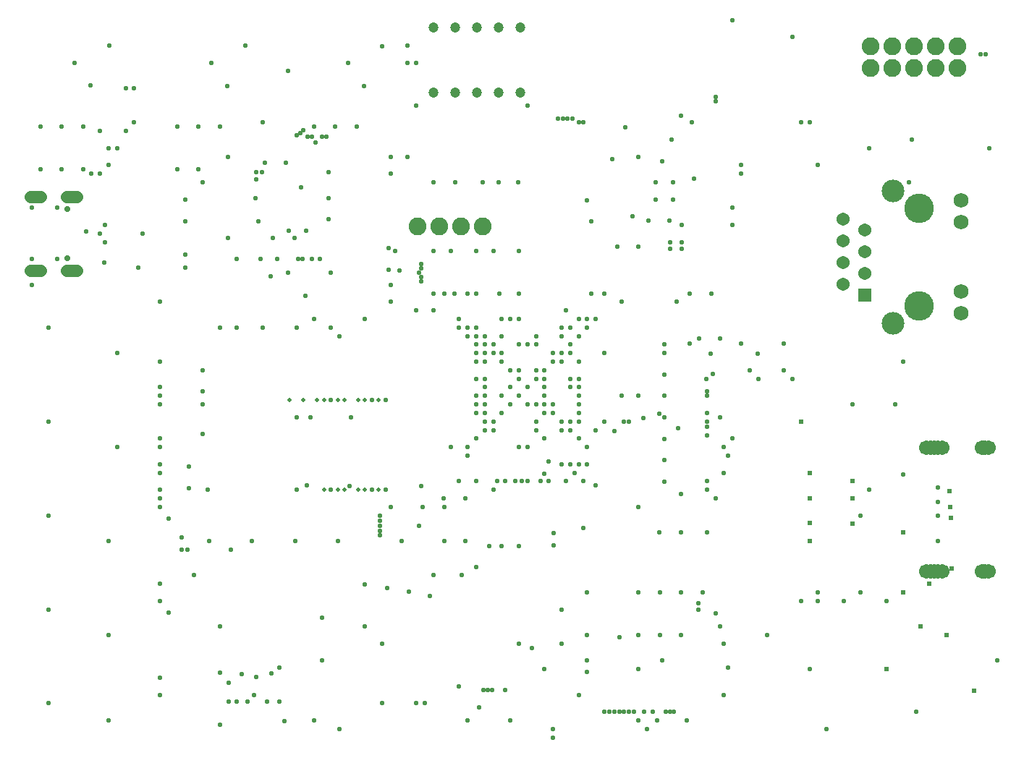
<source format=gbr>
G04 EAGLE Gerber RS-274X export*
G75*
%MOMM*%
%FSLAX34Y34*%
%LPD*%
%INSoldermask Bottom*%
%IPPOS*%
%AMOC8*
5,1,8,0,0,1.08239X$1,22.5*%
G01*
%ADD10R,1.538200X1.538200*%
%ADD11C,1.538200*%
%ADD12C,1.733200*%
%ADD13C,2.648200*%
%ADD14C,3.453200*%
%ADD15C,2.082800*%
%ADD16C,1.203200*%
%ADD17C,1.703200*%
%ADD18C,1.403200*%
%ADD19C,0.703200*%
%ADD20C,0.556400*%
%ADD21C,0.506400*%
%ADD22C,0.606400*%


D10*
X1004900Y538100D03*
D11*
X979500Y550800D03*
X1004900Y563500D03*
X979500Y576200D03*
X1004900Y588900D03*
X979500Y601600D03*
X1004900Y614300D03*
X979500Y627000D03*
D12*
X1117400Y516350D03*
X1117400Y541750D03*
X1117400Y648850D03*
X1117400Y623450D03*
D13*
X1037900Y505150D03*
X1037900Y660050D03*
D14*
X1068400Y639750D03*
X1068400Y525450D03*
D15*
X557495Y618508D03*
X532095Y618508D03*
X506695Y618508D03*
X481295Y618508D03*
X1112997Y828994D03*
X1112997Y803594D03*
X1087597Y828994D03*
X1087597Y803594D03*
X1062197Y828994D03*
X1062197Y803594D03*
X1036797Y828994D03*
X1036797Y803594D03*
X1011397Y828994D03*
X1011397Y803594D03*
D16*
X551300Y775100D03*
X551300Y851300D03*
X525900Y775100D03*
X525900Y851300D03*
X500500Y775100D03*
X500500Y851300D03*
X576700Y775100D03*
X576700Y851300D03*
X602100Y775100D03*
X602100Y851300D03*
D17*
X1086000Y214500D03*
X1077000Y214500D03*
X1095000Y214500D03*
X1090500Y214500D03*
X1081500Y214500D03*
X1145500Y214500D03*
X1141500Y214500D03*
X1149500Y214500D03*
X1086000Y359500D03*
X1077000Y359500D03*
X1095000Y359500D03*
X1090500Y359500D03*
X1081500Y359500D03*
X1145500Y359500D03*
X1141500Y359500D03*
X1149500Y359500D03*
D18*
X82500Y653200D02*
X70500Y653200D01*
X70500Y566800D02*
X82500Y566800D01*
X40500Y653200D02*
X28500Y653200D01*
X28500Y566800D02*
X40500Y566800D01*
D19*
X71500Y639000D03*
X71500Y581000D03*
D20*
X40000Y735500D03*
X64500Y735500D03*
X90000Y735500D03*
X40000Y685500D03*
X65000Y685500D03*
X90000Y685500D03*
X120500Y830000D03*
X280000Y830000D03*
X440000Y829500D03*
X400000Y810000D03*
X419000Y783000D03*
X240000Y810000D03*
X258500Y783000D03*
X99000Y783500D03*
X80000Y810000D03*
X200500Y735000D03*
X225000Y735000D03*
X250000Y735000D03*
X200000Y685000D03*
X225000Y685000D03*
X360500Y735000D03*
X385000Y735000D03*
X410000Y735000D03*
X30000Y640000D03*
X60000Y640000D03*
X30000Y580000D03*
X60000Y580000D03*
X115500Y620000D03*
X115500Y600000D03*
X160000Y610000D03*
X115000Y576000D03*
X210000Y650000D03*
X210000Y624500D03*
X210000Y585000D03*
X210000Y570000D03*
X292500Y673000D03*
X302500Y692500D03*
X362500Y716500D03*
X377500Y651500D03*
X760000Y650000D03*
X780000Y650000D03*
X760000Y670000D03*
X780000Y670000D03*
X180000Y530000D03*
X180000Y420000D03*
X180000Y310000D03*
X180000Y200000D03*
X180000Y90000D03*
X180000Y460000D03*
X180000Y430000D03*
X180000Y410000D03*
X180000Y360000D03*
X180000Y340000D03*
X180000Y330000D03*
X180000Y300000D03*
X180000Y290000D03*
X180000Y180000D03*
X180000Y70000D03*
X540000Y360000D03*
X550000Y370000D03*
X560000Y380000D03*
X570000Y390000D03*
X580000Y400000D03*
X600000Y420000D03*
X600000Y440000D03*
X620000Y440000D03*
X610000Y430000D03*
X580000Y460000D03*
X580000Y470000D03*
X540000Y500000D03*
X550000Y490000D03*
X560000Y480000D03*
X640000Y460000D03*
X650000Y470000D03*
X660000Y480000D03*
X670000Y490000D03*
X680000Y500000D03*
X640000Y400000D03*
X650000Y390000D03*
X660000Y380000D03*
X670000Y370000D03*
X680000Y360000D03*
X50000Y60000D03*
X50000Y170000D03*
X50000Y280000D03*
X50000Y390000D03*
X50000Y500000D03*
X740000Y190000D03*
X765000Y190000D03*
X790000Y190000D03*
X815000Y190000D03*
X740000Y140000D03*
X765000Y140000D03*
X790000Y140000D03*
X680000Y110000D03*
X740000Y100000D03*
X767448Y110000D03*
X420000Y150000D03*
X540000Y40000D03*
X590000Y40000D03*
X390000Y30000D03*
X553500Y55000D03*
X490000Y60000D03*
X356000Y394500D03*
X404000Y394500D03*
X340000Y310000D03*
X380000Y310000D03*
X428000Y310000D03*
X444000Y310000D03*
X236000Y310000D03*
X670000Y70000D03*
X840000Y70000D03*
X740000Y40000D03*
X630000Y100000D03*
X680000Y190000D03*
X680000Y140000D03*
X980000Y180000D03*
X1030000Y180000D03*
X950000Y190000D03*
X1000000Y190000D03*
X1000000Y280000D03*
X1010000Y310000D03*
X1090000Y250000D03*
X1090000Y280000D03*
X1090000Y296052D03*
X1090000Y312511D03*
X1050000Y327948D03*
X990000Y410000D03*
X1040000Y410000D03*
X740000Y700000D03*
X930000Y740000D03*
X950000Y690000D03*
X850000Y640000D03*
X850000Y620000D03*
X715000Y595000D03*
X740000Y595000D03*
X800000Y540000D03*
X825000Y540000D03*
X784500Y530000D03*
X770000Y480000D03*
X811000Y487500D03*
X835500Y487500D03*
X800000Y481500D03*
X860000Y481500D03*
X910000Y481500D03*
X819635Y439635D03*
X820000Y419944D03*
X820000Y383500D03*
X820000Y373552D03*
X820000Y320000D03*
X820000Y310000D03*
X820000Y260000D03*
X790000Y260000D03*
X764500Y260000D03*
X550000Y220000D03*
X500000Y670000D03*
X525500Y670000D03*
X557500Y670000D03*
X576500Y670000D03*
X599500Y670000D03*
X500000Y590000D03*
X520000Y590000D03*
X550000Y590000D03*
X570000Y590000D03*
X600000Y590000D03*
X483500Y564500D03*
X450000Y530000D03*
X450000Y550000D03*
X450000Y700000D03*
X450000Y680000D03*
X470000Y700000D03*
X270000Y500000D03*
X380000Y500000D03*
X700000Y540000D03*
X870000Y450000D03*
X1050000Y460000D03*
X580000Y244500D03*
X600000Y244500D03*
X675000Y265500D03*
X1060000Y720000D03*
X1150000Y710000D03*
X940000Y740000D03*
X154500Y570000D03*
X317500Y580000D03*
X347000Y580000D03*
X367500Y580000D03*
X297500Y580000D03*
X342000Y580000D03*
X357500Y580000D03*
X270000Y580000D03*
X487500Y290000D03*
X512500Y290000D03*
X250000Y150000D03*
X250000Y96000D03*
X270000Y62000D03*
X250000Y35322D03*
X360000Y40000D03*
X370000Y110000D03*
X370000Y160000D03*
X300000Y500000D03*
X740000Y290000D03*
X30000Y550000D03*
X640000Y30000D03*
X750000Y30000D03*
X890000Y140000D03*
X330000Y800000D03*
X580000Y490000D03*
X485500Y554444D03*
X512500Y540000D03*
X600000Y510000D03*
X485500Y574500D03*
X590000Y510000D03*
X485500Y569444D03*
X460000Y567000D03*
X447448Y567500D03*
X540000Y540000D03*
X580000Y510000D03*
X485500Y559500D03*
X455552Y590000D03*
X447448Y593000D03*
X259500Y604500D03*
X330500Y612979D03*
X110000Y610000D03*
X94000Y612500D03*
X620000Y450000D03*
X660000Y470000D03*
X630000Y440000D03*
X620000Y410000D03*
X660000Y390000D03*
X650000Y380000D03*
X630000Y420000D03*
X770000Y420000D03*
X824500Y469500D03*
X879500Y469500D03*
X827000Y445500D03*
X770000Y445000D03*
X770000Y369500D03*
X770000Y344500D03*
X770000Y319500D03*
X570000Y380000D03*
X550000Y320000D03*
X610000Y410000D03*
X675000Y320000D03*
X600000Y450000D03*
X600000Y540000D03*
X640000Y470000D03*
X380000Y415500D03*
X428000Y415500D03*
X444000Y415500D03*
X230000Y450000D03*
X230000Y425000D03*
X230000Y410000D03*
X340000Y394500D03*
X230000Y375000D03*
X292000Y651500D03*
X327500Y692500D03*
X377500Y681500D03*
X377500Y626500D03*
X480000Y810000D03*
X340000Y725000D03*
X292500Y681556D03*
X344000Y727500D03*
X347500Y730682D03*
X312500Y604948D03*
X353000Y723500D03*
X337500Y605000D03*
X358000Y723500D03*
X369500Y723500D03*
X374500Y723500D03*
X470000Y830000D03*
X250000Y500000D03*
X462500Y250000D03*
X512500Y250000D03*
X470000Y810000D03*
X530000Y80000D03*
X480000Y60000D03*
X650000Y170000D03*
X960000Y30000D03*
X352052Y315000D03*
X214000Y312000D03*
X402000Y314000D03*
X214000Y337000D03*
X237500Y250000D03*
X288000Y250000D03*
X338000Y250000D03*
X388000Y250000D03*
X880000Y440000D03*
X779010Y720000D03*
X767500Y694400D03*
X805000Y674000D03*
X776000Y625500D03*
X860000Y690000D03*
X1056000Y670000D03*
X360000Y510000D03*
X500000Y520000D03*
X480000Y520000D03*
X420000Y510000D03*
X220000Y210000D03*
X480000Y760000D03*
X610000Y760000D03*
X850000Y860000D03*
X290000Y70000D03*
X560000Y390000D03*
X580000Y420000D03*
X575000Y320000D03*
X560000Y470000D03*
X525000Y540000D03*
X570000Y470000D03*
X550000Y540000D03*
X590000Y430000D03*
X150000Y780000D03*
X120000Y40000D03*
X100000Y680000D03*
X120000Y140000D03*
X110000Y680000D03*
X120000Y250000D03*
X120000Y690000D03*
X130000Y360000D03*
X120000Y710000D03*
X130000Y470000D03*
X130000Y710000D03*
X110000Y730000D03*
X640000Y20000D03*
X140000Y730000D03*
X500000Y210000D03*
X450000Y290000D03*
X533000Y210000D03*
X520000Y360000D03*
X540000Y350000D03*
X150000Y740000D03*
X390000Y490000D03*
X140000Y780000D03*
X512000Y300000D03*
X570000Y310000D03*
X630000Y410000D03*
X770000Y395000D03*
X530000Y510000D03*
X500000Y540000D03*
X690000Y510000D03*
X590000Y450000D03*
X577500Y540000D03*
X770000Y470000D03*
X300000Y740000D03*
X230000Y670000D03*
X565000Y244500D03*
X537500Y300000D03*
X530000Y320000D03*
X485500Y314052D03*
X260000Y700000D03*
X910000Y450000D03*
X920000Y440000D03*
X830000Y300000D03*
X840000Y360000D03*
X720000Y530000D03*
X920000Y840000D03*
X630000Y450000D03*
X685000Y540000D03*
X590000Y410000D03*
X596000Y320000D03*
X786000Y382500D03*
X790000Y305000D03*
X655000Y520000D03*
X651365Y744365D03*
X650000Y490000D03*
X645500Y744500D03*
X650000Y500000D03*
X656980Y744480D03*
X680000Y510000D03*
X675056Y740000D03*
X670000Y510000D03*
X670000Y740000D03*
X550000Y440000D03*
X180000Y370000D03*
X560000Y440000D03*
X190000Y276500D03*
X560000Y430000D03*
X190000Y166500D03*
X263000Y240000D03*
X212500Y240000D03*
X660000Y500000D03*
X662596Y744596D03*
X437500Y274000D03*
X600000Y360000D03*
X437500Y268000D03*
X603000Y320000D03*
X437500Y262000D03*
X610000Y360000D03*
X437500Y256500D03*
X620000Y380000D03*
X610000Y320000D03*
X483500Y267500D03*
X537500Y250000D03*
X625000Y320000D03*
X437500Y280000D03*
X584000Y320000D03*
X630000Y430000D03*
X690000Y315000D03*
X471000Y190500D03*
X630000Y370000D03*
X495500Y186000D03*
X620000Y390000D03*
X641000Y259500D03*
X641000Y245000D03*
X446000Y195000D03*
X630000Y400000D03*
X635112Y320000D03*
X635000Y343500D03*
X420000Y199500D03*
X630056Y329000D03*
X558500Y75500D03*
X650000Y340000D03*
X563556Y75500D03*
X655000Y320000D03*
X568612Y75500D03*
X665000Y330000D03*
X600000Y130000D03*
X660000Y340000D03*
X583500Y75500D03*
X670000Y340000D03*
X680000Y340000D03*
X615000Y125000D03*
D21*
X412000Y310000D03*
D20*
X550000Y410000D03*
D21*
X388000Y310000D03*
D20*
X550000Y420000D03*
D21*
X372000Y310000D03*
D20*
X560000Y420000D03*
D21*
X436000Y310000D03*
D20*
X550000Y400000D03*
D21*
X420000Y310000D03*
D20*
X560000Y400000D03*
D21*
X396000Y310000D03*
D20*
X560000Y410000D03*
D21*
X388000Y415500D03*
D20*
X550000Y480000D03*
D21*
X348000Y415500D03*
D20*
X550000Y500000D03*
D21*
X372000Y415500D03*
D20*
X560000Y490000D03*
D21*
X364000Y415500D03*
D20*
X540000Y490000D03*
D21*
X412000Y415500D03*
D20*
X550000Y470000D03*
D21*
X436000Y415500D03*
D20*
X560000Y460000D03*
D21*
X396000Y415500D03*
D20*
X570000Y480000D03*
D21*
X420000Y415500D03*
D20*
X550000Y460000D03*
D21*
X332000Y415500D03*
D20*
X530000Y500000D03*
X789500Y747500D03*
X620000Y480000D03*
X670000Y460000D03*
X680000Y648500D03*
X845000Y350000D03*
X830000Y770000D03*
X600000Y480000D03*
X830000Y764944D03*
X610000Y480000D03*
X620000Y490000D03*
X802500Y740000D03*
X781612Y50000D03*
X740000Y420000D03*
X771500Y50000D03*
X764500Y399052D03*
X729000Y50000D03*
X728885Y389885D03*
X640000Y410000D03*
X680000Y97000D03*
X746500Y50000D03*
X746000Y394000D03*
X756500Y50000D03*
X670000Y420000D03*
X723000Y50000D03*
X723000Y390000D03*
X734865Y50135D03*
X670000Y410000D03*
X711500Y50000D03*
X700000Y390000D03*
X700000Y50000D03*
X690000Y380000D03*
X705865Y50135D03*
X670000Y390000D03*
X717365Y50135D03*
X711500Y378500D03*
X670000Y400000D03*
X717500Y137500D03*
X776556Y50000D03*
X720000Y420000D03*
X670000Y430000D03*
X820000Y400000D03*
X670000Y440000D03*
X820000Y425000D03*
X660000Y440000D03*
X835000Y395000D03*
X660000Y430000D03*
X820000Y390000D03*
X700000Y470000D03*
X684500Y624000D03*
X840000Y330000D03*
X840000Y130000D03*
X845000Y101500D03*
X940000Y100000D03*
X950000Y180000D03*
X930000Y180000D03*
X650000Y460000D03*
X850000Y370000D03*
X835500Y150000D03*
X1065000Y50000D03*
X329500Y564500D03*
X379500Y564500D03*
X350910Y613090D03*
X299500Y682000D03*
X345500Y664500D03*
X295000Y624500D03*
X310500Y95259D03*
X305000Y62500D03*
X292500Y91207D03*
X282500Y62000D03*
X260500Y84052D03*
X260500Y62000D03*
X205500Y254000D03*
X205500Y240000D03*
X440000Y60000D03*
X440000Y130000D03*
X1010000Y710000D03*
X751500Y625000D03*
X790352Y620000D03*
X733000Y630000D03*
X860000Y680000D03*
X709500Y697000D03*
X724500Y734500D03*
X790352Y592500D03*
X777248Y592500D03*
X777248Y600000D03*
X790352Y600000D03*
X796500Y40000D03*
X830000Y165500D03*
X1146000Y820000D03*
X761500Y40000D03*
X810000Y170000D03*
X810000Y177000D03*
X650000Y130000D03*
X1140000Y820000D03*
D22*
X940000Y300000D03*
X940000Y270982D03*
X940291Y249709D03*
X940041Y330041D03*
X930000Y390000D03*
X1100000Y140000D03*
X1132500Y75000D03*
X1080000Y200000D03*
X1030000Y100000D03*
X1050000Y260000D03*
X1050000Y190000D03*
X1070000Y150000D03*
D20*
X1160000Y110000D03*
D22*
X1106500Y218000D03*
D20*
X320000Y101500D03*
X320000Y62500D03*
X275500Y94000D03*
X326000Y39500D03*
D22*
X990000Y320000D03*
X1104041Y308459D03*
X990000Y300000D03*
X1105000Y289500D03*
X990000Y270000D03*
X1105500Y277000D03*
D20*
X340000Y500000D03*
X310000Y560000D03*
X350000Y537000D03*
M02*

</source>
